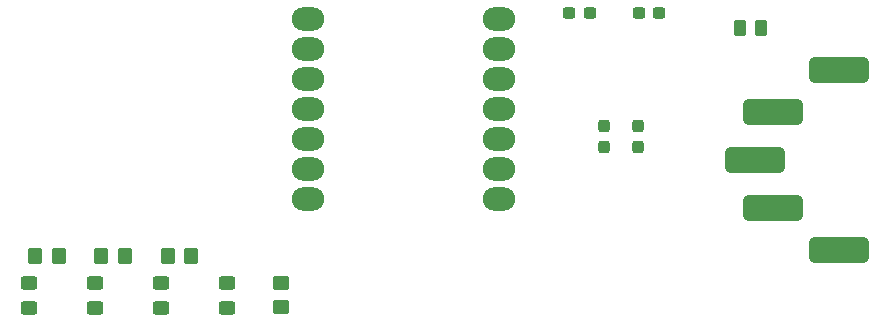
<source format=gbr>
%TF.GenerationSoftware,KiCad,Pcbnew,8.0.1*%
%TF.CreationDate,2025-08-12T22:43:48+02:00*%
%TF.ProjectId,niclas-alarmmelder-pro,6e69636c-6173-42d6-916c-61726d6d656c,rev?*%
%TF.SameCoordinates,Original*%
%TF.FileFunction,Paste,Top*%
%TF.FilePolarity,Positive*%
%FSLAX46Y46*%
G04 Gerber Fmt 4.6, Leading zero omitted, Abs format (unit mm)*
G04 Created by KiCad (PCBNEW 8.0.1) date 2025-08-12 22:43:48*
%MOMM*%
%LPD*%
G01*
G04 APERTURE LIST*
G04 Aperture macros list*
%AMRoundRect*
0 Rectangle with rounded corners*
0 $1 Rounding radius*
0 $2 $3 $4 $5 $6 $7 $8 $9 X,Y pos of 4 corners*
0 Add a 4 corners polygon primitive as box body*
4,1,4,$2,$3,$4,$5,$6,$7,$8,$9,$2,$3,0*
0 Add four circle primitives for the rounded corners*
1,1,$1+$1,$2,$3*
1,1,$1+$1,$4,$5*
1,1,$1+$1,$6,$7*
1,1,$1+$1,$8,$9*
0 Add four rect primitives between the rounded corners*
20,1,$1+$1,$2,$3,$4,$5,0*
20,1,$1+$1,$4,$5,$6,$7,0*
20,1,$1+$1,$6,$7,$8,$9,0*
20,1,$1+$1,$8,$9,$2,$3,0*%
G04 Aperture macros list end*
%ADD10RoundRect,0.250000X0.450000X-0.325000X0.450000X0.325000X-0.450000X0.325000X-0.450000X-0.325000X0*%
%ADD11RoundRect,0.250000X-0.350000X-0.450000X0.350000X-0.450000X0.350000X0.450000X-0.350000X0.450000X0*%
%ADD12RoundRect,0.237500X0.300000X0.237500X-0.300000X0.237500X-0.300000X-0.237500X0.300000X-0.237500X0*%
%ADD13RoundRect,0.237500X-0.237500X0.300000X-0.237500X-0.300000X0.237500X-0.300000X0.237500X0.300000X0*%
%ADD14RoundRect,1.000000X-0.375000X-0.000010X0.375000X-0.000010X0.375000X0.000010X-0.375000X0.000010X0*%
%ADD15RoundRect,0.565500X-2.006000X-0.565500X2.006000X-0.565500X2.006000X0.565500X-2.006000X0.565500X0*%
%ADD16RoundRect,0.250000X-0.450000X0.350000X-0.450000X-0.350000X0.450000X-0.350000X0.450000X0.350000X0*%
%ADD17RoundRect,0.250000X-0.262500X-0.450000X0.262500X-0.450000X0.262500X0.450000X-0.262500X0.450000X0*%
%ADD18RoundRect,0.237500X0.237500X-0.300000X0.237500X0.300000X-0.237500X0.300000X-0.237500X-0.300000X0*%
G04 APERTURE END LIST*
D10*
%TO.C,D1*%
X93980000Y-70629999D03*
X93980000Y-68579999D03*
%TD*%
%TO.C,D4*%
X110744000Y-70630000D03*
X110744000Y-68580000D03*
%TD*%
D11*
%TO.C,R1*%
X94488000Y-66294000D03*
X96488000Y-66294000D03*
%TD*%
D12*
%TO.C,C2*%
X147319999Y-45720000D03*
X145594999Y-45720000D03*
%TD*%
D13*
%TO.C,C4*%
X142620000Y-55274999D03*
X142620000Y-56999999D03*
%TD*%
D14*
%TO.C,U1*%
X117602000Y-46228000D03*
X117602000Y-48768000D03*
X117602000Y-51308000D03*
X117602000Y-53848000D03*
X117602000Y-56388000D03*
X117602000Y-58928000D03*
X117602000Y-61468000D03*
X133767000Y-61468000D03*
X133767000Y-58928000D03*
X133767000Y-56388000D03*
X133767000Y-53848000D03*
X133767000Y-51308000D03*
X133767000Y-48768000D03*
X133767000Y-46228000D03*
%TD*%
D15*
%TO.C,J1*%
X162560000Y-65786000D03*
X155448000Y-58166000D03*
X162560000Y-50546000D03*
X156972000Y-62230000D03*
X156972000Y-54102000D03*
%TD*%
D10*
%TO.C,D2*%
X99568000Y-70629999D03*
X99568000Y-68579999D03*
%TD*%
D11*
%TO.C,R3*%
X105696000Y-66294000D03*
X107696000Y-66294000D03*
%TD*%
D16*
%TO.C,R4*%
X115316000Y-68580000D03*
X115316000Y-70580000D03*
%TD*%
D12*
%TO.C,C3*%
X141425001Y-45720000D03*
X139700001Y-45720000D03*
%TD*%
D10*
%TO.C,D3*%
X105156000Y-70629999D03*
X105156000Y-68579999D03*
%TD*%
D11*
%TO.C,R2*%
X100076000Y-66294000D03*
X102076000Y-66294000D03*
%TD*%
D17*
%TO.C,R420*%
X154131000Y-46990000D03*
X155956000Y-46990000D03*
%TD*%
D18*
%TO.C,C1*%
X145500000Y-56999999D03*
X145500000Y-55274999D03*
%TD*%
M02*

</source>
